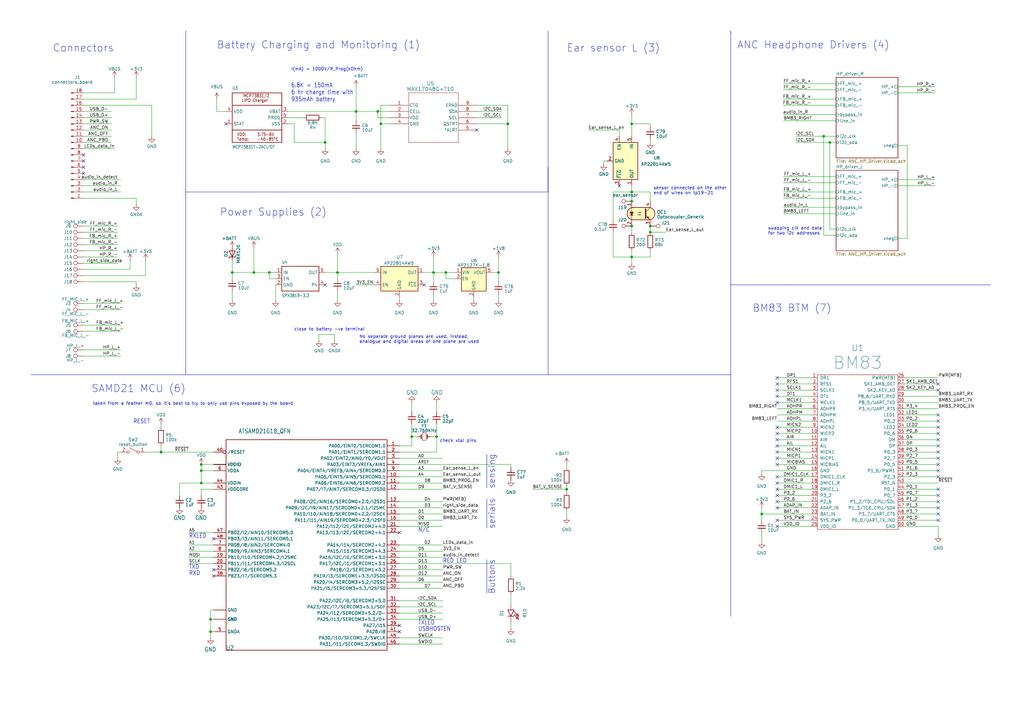
<source format=kicad_sch>
(kicad_sch (version 20230121) (generator eeschema)
  (paper "A3")
  (junction (at 340.36 58.42))
  (junction (at 182.88 111.76))
  (junction (at 146.05 45.72))
  (junction (at 259.08 50.8))
  (junction (at 82.55 193.04))
  (junction (at 86.36 254))
  (junction (at 337.82 55.88))
  (junction (at 208.28 50.8))
  (junction (at 259.08 78.74))
  (junction (at 266.7 95.25))
  (junction (at 82.55 190.5))
  (junction (at 82.55 198.12))
  (junction (at 259.08 82.55))
  (junction (at 104.14 111.76))
  (junction (at 133.35 58.42))
  (junction (at 204.47 111.76))
  (junction (at 66.04 185.42))
  (junction (at 266.7 92.71))
  (junction (at 179.07 179.07))
  (junction (at 110.49 111.76))
  (junction (at 259.08 105.41))
  (junction (at 138.43 111.76))
  (junction (at 168.91 179.07))
  (junction (at 259.08 92.71))
  (junction (at 154.94 45.72))
  (junction (at 232.41 200.66))
  (junction (at 177.8 111.76))
  (junction (at 312.42 210.82))
  (junction (at 95.25 111.76))
  (junction (at 156.21 50.8))
  (junction (at 86.36 259.08))
  (no_connect (at 384.81 203.2))
  (no_connect (at 133.35 116.84))
  (no_connect (at 384.81 180.34))
  (no_connect (at 384.7803 195.58))
  (no_connect (at 87.63 233.68))
  (no_connect (at 384.81 210.82))
  (no_connect (at 384.81 172.72))
  (no_connect (at 318.77 195.58))
  (no_connect (at 318.77 213.36))
  (no_connect (at 384.81 213.36))
  (no_connect (at 318.77 182.88))
  (no_connect (at 318.77 215.9))
  (no_connect (at 384.81 200.66))
  (no_connect (at 34.29 66.04))
  (no_connect (at 384.81 187.96))
  (no_connect (at 318.77 205.74))
  (no_connect (at 318.77 162.56))
  (no_connect (at 173.99 116.84))
  (no_connect (at 87.63 236.22))
  (no_connect (at 318.77 165.1))
  (no_connect (at 254 76.2))
  (no_connect (at 318.77 180.34))
  (no_connect (at 163.83 259.08))
  (no_connect (at 384.81 160.02))
  (no_connect (at 384.81 190.5))
  (no_connect (at 384.81 177.8))
  (no_connect (at 318.77 160.02))
  (no_connect (at 34.29 68.58))
  (no_connect (at 318.77 203.2))
  (no_connect (at 384.81 182.88))
  (no_connect (at 318.77 185.42))
  (no_connect (at 318.77 190.5))
  (no_connect (at 318.77 208.28))
  (no_connect (at 384.81 175.26))
  (no_connect (at 384.81 205.74))
  (no_connect (at 318.77 157.48))
  (no_connect (at 34.29 71.12))
  (no_connect (at 318.77 175.26))
  (no_connect (at 384.81 170.18))
  (no_connect (at 92.71 50.8))
  (no_connect (at 195.58 53.34))
  (no_connect (at 163.83 256.54))
  (no_connect (at 384.81 193.04))
  (no_connect (at 87.63 220.98))
  (no_connect (at 384.81 185.42))
  (no_connect (at 384.81 157.48))
  (no_connect (at 163.83 218.44))
  (no_connect (at 318.77 198.12))
  (no_connect (at 318.77 187.96))
  (no_connect (at 34.29 63.5))
  (no_connect (at 318.77 154.94))
  (no_connect (at 318.77 200.66))
  (no_connect (at 318.77 177.8))
  (no_connect (at 384.81 208.28))
  (wire (pts (xy 48.26 185.42) (xy 48.26 187.96)))
  (polyline (pts (xy 224.79 153.67) (xy 299.72 153.67)))
  (wire (pts (xy 259.08 76.2) (xy 259.08 78.74)))
  (wire (pts (xy 146.05 54.61) (xy 146.05 60.96)))
  (wire (pts (xy 179.07 165.1) (xy 179.07 168.91)))
  (polyline (pts (xy 12.7 153.67) (xy 76.2 153.67)))
  (wire (pts (xy 45.72 50.8) (xy 34.29 50.8)))
  (wire (pts (xy 251.46 95.25) (xy 251.46 105.41)))
  (wire (pts (xy 370.84 180.34) (xy 384.81 180.34)))
  (polyline (pts (xy 224.79 78.74) (xy 224.79 68.58)))
  (wire (pts (xy 46.99 31.75) (xy 46.99 38.1)))
  (wire (pts (xy 87.63 193.04) (xy 82.55 193.04)))
  (wire (pts (xy 248.92 66.04) (xy 247.65 66.04)))
  (wire (pts (xy 59.69 185.42) (xy 66.04 185.42)))
  (wire (pts (xy 208.28 60.96) (xy 208.28 50.8)))
  (wire (pts (xy 163.83 261.62) (xy 181.61 261.62)))
  (wire (pts (xy 318.77 162.56) (xy 332.74 162.56)))
  (wire (pts (xy 209.55 255.27) (xy 209.55 257.81)))
  (wire (pts (xy 34.29 146.05) (xy 49.53 146.05)))
  (wire (pts (xy 130.81 137.16) (xy 137.16 137.16)))
  (wire (pts (xy 337.82 96.52) (xy 337.82 55.88)))
  (wire (pts (xy 137.16 137.16) (xy 137.16 139.7)))
  (wire (pts (xy 118.11 48.26) (xy 124.46 48.26)))
  (wire (pts (xy 181.61 233.68) (xy 163.83 233.68)))
  (wire (pts (xy 318.77 208.28) (xy 332.74 208.28)))
  (wire (pts (xy 34.29 124.46) (xy 49.53 124.46)))
  (wire (pts (xy 370.84 195.58) (xy 384.81 195.58)))
  (wire (pts (xy 177.8 111.76) (xy 182.88 111.76)))
  (wire (pts (xy 163.83 200.66) (xy 181.61 200.66)))
  (wire (pts (xy 160.02 48.26) (xy 154.94 48.26)))
  (wire (pts (xy 321.31 74.93) (xy 342.9 74.93)))
  (wire (pts (xy 318.77 215.9) (xy 332.74 215.9)))
  (wire (pts (xy 163.83 228.6) (xy 181.61 228.6)))
  (wire (pts (xy 312.42 210.82) (xy 332.74 210.82)))
  (wire (pts (xy 146.05 35.56) (xy 146.05 45.72)))
  (wire (pts (xy 163.83 185.42) (xy 179.07 185.42)))
  (wire (pts (xy 95.25 111.76) (xy 95.25 114.3)))
  (wire (pts (xy 49.53 76.2) (xy 34.29 76.2)))
  (polyline (pts (xy 76.2 78.74) (xy 224.79 78.74)))
  (wire (pts (xy 82.55 200.66) (xy 82.55 203.2)))
  (wire (pts (xy 55.88 40.64) (xy 34.29 40.64)))
  (wire (pts (xy 321.31 72.39) (xy 342.9 72.39)))
  (wire (pts (xy 266.7 50.8) (xy 266.7 52.07)))
  (wire (pts (xy 146.05 116.84) (xy 153.67 116.84)))
  (polyline (pts (xy 299.72 153.67) (xy 299.72 116.84)))
  (wire (pts (xy 259.08 78.74) (xy 259.08 82.55)))
  (wire (pts (xy 201.93 111.76) (xy 204.47 111.76)))
  (wire (pts (xy 318.77 185.42) (xy 332.74 185.42)))
  (wire (pts (xy 312.42 218.694) (xy 312.42 222.25)))
  (wire (pts (xy 163.83 215.9) (xy 181.61 215.9)))
  (wire (pts (xy 370.84 154.94) (xy 384.81 154.94)))
  (wire (pts (xy 181.61 226.06) (xy 163.83 226.06)))
  (wire (pts (xy 62.23 43.18) (xy 34.29 43.18)))
  (wire (pts (xy 259.08 46.99) (xy 259.08 50.8)))
  (wire (pts (xy 163.83 208.28) (xy 181.61 208.28)))
  (wire (pts (xy 370.84 205.74) (xy 384.81 205.74)))
  (wire (pts (xy 208.28 43.18) (xy 195.58 43.18)))
  (wire (pts (xy 259.08 105.41) (xy 266.7 105.41)))
  (wire (pts (xy 55.88 115.57) (xy 55.88 116.84)))
  (wire (pts (xy 259.08 105.41) (xy 259.08 107.95)))
  (wire (pts (xy 113.03 114.3) (xy 110.49 114.3)))
  (wire (pts (xy 45.72 53.34) (xy 34.29 53.34)))
  (wire (pts (xy 370.84 162.56) (xy 384.81 162.56)))
  (wire (pts (xy 251.46 105.41) (xy 259.08 105.41)))
  (wire (pts (xy 163.83 205.74) (xy 181.61 205.74)))
  (wire (pts (xy 77.47 226.06) (xy 87.63 226.06)))
  (wire (pts (xy 138.43 111.76) (xy 153.67 111.76)))
  (wire (pts (xy 181.61 195.58) (xy 163.83 195.58)))
  (wire (pts (xy 45.72 58.42) (xy 34.29 58.42)))
  (wire (pts (xy 318.77 200.66) (xy 332.74 200.66)))
  (wire (pts (xy 95.25 106.68) (xy 95.25 111.76)))
  (wire (pts (xy 77.47 218.44) (xy 87.63 218.44)))
  (wire (pts (xy 321.31 78.74) (xy 342.9 78.74)))
  (wire (pts (xy 163.83 121.92) (xy 163.83 123.19)))
  (wire (pts (xy 73.66 203.2) (xy 73.66 198.12)))
  (wire (pts (xy 232.41 200.66) (xy 218.44 200.66)))
  (wire (pts (xy 45.72 55.88) (xy 34.29 55.88)))
  (wire (pts (xy 259.08 50.8) (xy 266.7 50.8)))
  (wire (pts (xy 110.49 114.3) (xy 110.49 111.76)))
  (wire (pts (xy 370.84 208.28) (xy 384.81 208.28)))
  (wire (pts (xy 59.69 106.68) (xy 59.69 113.03)))
  (wire (pts (xy 59.69 113.03) (xy 34.29 113.03)))
  (wire (pts (xy 259.08 50.8) (xy 259.08 55.88)))
  (wire (pts (xy 181.61 264.16) (xy 163.83 264.16)))
  (wire (pts (xy 163.83 187.96) (xy 181.61 187.96)))
  (wire (pts (xy 318.77 157.48) (xy 332.74 157.48)))
  (wire (pts (xy 182.88 114.3) (xy 182.88 111.76)))
  (wire (pts (xy 34.29 81.28) (xy 55.88 81.28)))
  (wire (pts (xy 46.99 60.96) (xy 34.29 60.96)))
  (wire (pts (xy 370.84 213.36) (xy 384.81 213.36)))
  (wire (pts (xy 337.82 55.88) (xy 342.9 55.88)))
  (wire (pts (xy 370.84 190.5) (xy 384.81 190.5)))
  (wire (pts (xy 163.83 238.76) (xy 181.61 238.76)))
  (wire (pts (xy 318.77 160.02) (xy 332.74 160.02)))
  (wire (pts (xy 370.84 157.48) (xy 384.81 157.48)))
  (wire (pts (xy 82.55 193.04) (xy 82.55 190.5)))
  (wire (pts (xy 154.94 45.72) (xy 160.02 45.72)))
  (wire (pts (xy 82.55 198.12) (xy 87.63 198.12)))
  (wire (pts (xy 133.35 48.26) (xy 133.35 58.42)))
  (wire (pts (xy 318.77 190.5) (xy 332.74 190.5)))
  (wire (pts (xy 251.46 78.74) (xy 259.08 78.74)))
  (wire (pts (xy 87.63 200.66) (xy 82.55 200.66)))
  (wire (pts (xy 321.31 36.83) (xy 342.9 36.83)))
  (wire (pts (xy 88.9 45.72) (xy 92.71 45.72)))
  (wire (pts (xy 266.7 105.41) (xy 266.7 102.87)))
  (wire (pts (xy 182.88 111.76) (xy 186.69 111.76)))
  (wire (pts (xy 318.77 180.34) (xy 332.74 180.34)))
  (wire (pts (xy 132.08 48.26) (xy 133.35 48.26)))
  (wire (pts (xy 318.77 172.72) (xy 332.74 172.72)))
  (wire (pts (xy 370.84 160.02) (xy 384.81 160.02)))
  (wire (pts (xy 110.49 111.76) (xy 113.03 111.76)))
  (wire (pts (xy 384.81 215.9) (xy 384.81 219.71)))
  (wire (pts (xy 318.77 195.58) (xy 332.74 195.58)))
  (wire (pts (xy 156.21 60.96) (xy 156.21 50.8)))
  (wire (pts (xy 368.3 73.66) (xy 383.54 73.66)))
  (wire (pts (xy 66.04 173.99) (xy 66.04 175.26)))
  (wire (pts (xy 160.02 43.18) (xy 156.21 43.18)))
  (wire (pts (xy 254 55.88) (xy 254 53.34)))
  (wire (pts (xy 266.7 82.55) (xy 266.7 78.74)))
  (wire (pts (xy 138.43 119.38) (xy 138.43 123.19)))
  (wire (pts (xy 370.84 182.88) (xy 384.81 182.88)))
  (wire (pts (xy 88.9 40.64) (xy 88.9 45.72)))
  (wire (pts (xy 266.7 95.25) (xy 273.05 95.25)))
  (wire (pts (xy 179.07 179.07) (xy 179.07 185.42)))
  (wire (pts (xy 370.84 177.8) (xy 384.81 177.8)))
  (wire (pts (xy 120.65 50.8) (xy 120.65 58.42)))
  (wire (pts (xy 86.36 250.19) (xy 87.63 250.19)))
  (wire (pts (xy 266.7 78.74) (xy 259.08 78.74)))
  (wire (pts (xy 45.72 45.72) (xy 34.29 45.72)))
  (wire (pts (xy 163.83 236.22) (xy 181.61 236.22)))
  (wire (pts (xy 370.84 203.2) (xy 384.81 203.2)))
  (wire (pts (xy 87.63 223.52) (xy 77.47 223.52)))
  (wire (pts (xy 195.58 50.8) (xy 208.28 50.8)))
  (wire (pts (xy 34.29 133.35) (xy 49.53 133.35)))
  (wire (pts (xy 318.77 154.94) (xy 332.74 154.94)))
  (wire (pts (xy 321.31 85.09) (xy 342.9 85.09)))
  (wire (pts (xy 204.47 120.65) (xy 204.47 123.19)))
  (wire (pts (xy 130.81 139.7) (xy 130.81 137.16)))
  (wire (pts (xy 368.3 76.2) (xy 383.54 76.2)))
  (wire (pts (xy 163.83 193.04) (xy 181.61 193.04)))
  (wire (pts (xy 318.77 203.2) (xy 332.74 203.2)))
  (wire (pts (xy 342.9 96.52) (xy 337.82 96.52)))
  (wire (pts (xy 163.83 231.14) (xy 209.55 231.14)))
  (wire (pts (xy 82.55 198.12) (xy 82.55 193.04)))
  (wire (pts (xy 266.7 57.15) (xy 266.7 58.42)))
  (wire (pts (xy 368.3 38.1) (xy 383.54 38.1)))
  (wire (pts (xy 232.41 209.55) (xy 232.41 212.09)))
  (wire (pts (xy 321.31 34.29) (xy 342.9 34.29)))
  (wire (pts (xy 46.99 38.1) (xy 34.29 38.1)))
  (wire (pts (xy 48.26 95.25) (xy 34.29 95.25)))
  (wire (pts (xy 232.41 200.66) (xy 232.41 201.93)))
  (wire (pts (xy 209.55 231.14) (xy 209.55 236.22)))
  (polyline (pts (xy 299.72 116.84) (xy 406.4 116.84)))
  (wire (pts (xy 53.34 106.68) (xy 53.34 110.49)))
  (wire (pts (xy 194.31 123.19) (xy 194.31 121.92)))
  (wire (pts (xy 241.3 53.34) (xy 254 53.34)))
  (wire (pts (xy 138.43 104.14) (xy 138.43 111.76)))
  (wire (pts (xy 370.84 165.1) (xy 384.81 165.1)))
  (wire (pts (xy 318.77 177.8) (xy 332.74 177.8)))
  (wire (pts (xy 163.83 223.52) (xy 181.61 223.52)))
  (wire (pts (xy 209.55 243.84) (xy 209.55 247.65)))
  (wire (pts (xy 318.77 187.96) (xy 332.74 187.96)))
  (polyline (pts (xy 224.79 12.7) (xy 224.79 153.67)))
  (wire (pts (xy 73.66 198.12) (xy 82.55 198.12)))
  (wire (pts (xy 204.47 111.76) (xy 204.47 105.41)))
  (wire (pts (xy 48.26 92.71) (xy 34.29 92.71)))
  (wire (pts (xy 86.36 254) (xy 87.63 254)))
  (wire (pts (xy 370.84 175.26) (xy 384.81 175.26)))
  (wire (pts (xy 318.77 165.1) (xy 332.74 165.1)))
  (wire (pts (xy 321.31 81.28) (xy 342.9 81.28)))
  (wire (pts (xy 318.77 213.36) (xy 332.74 213.36)))
  (wire (pts (xy 163.83 182.88) (xy 168.91 182.88)))
  (wire (pts (xy 208.28 50.8) (xy 208.28 43.18)))
  (wire (pts (xy 146.05 45.72) (xy 154.94 45.72)))
  (wire (pts (xy 55.88 31.75) (xy 55.88 40.64)))
  (wire (pts (xy 370.84 167.64) (xy 384.81 167.64)))
  (wire (pts (xy 86.36 254) (xy 86.36 259.08)))
  (wire (pts (xy 179.07 173.99) (xy 179.07 179.07)))
  (wire (pts (xy 370.84 172.72) (xy 384.81 172.72)))
  (wire (pts (xy 177.8 111.76) (xy 177.8 115.57)))
  (wire (pts (xy 95.25 119.38) (xy 95.25 123.19)))
  (wire (pts (xy 48.26 100.33) (xy 34.29 100.33)))
  (wire (pts (xy 168.91 173.99) (xy 168.91 179.07)))
  (wire (pts (xy 340.36 58.42) (xy 342.9 58.42)))
  (wire (pts (xy 86.36 259.08) (xy 86.36 261.62)))
  (wire (pts (xy 34.29 115.57) (xy 55.88 115.57)))
  (wire (pts (xy 318.77 167.64) (xy 332.74 167.64)))
  (wire (pts (xy 370.84 170.18) (xy 384.81 170.18)))
  (wire (pts (xy 321.31 40.64) (xy 342.9 40.64)))
  (wire (pts (xy 372.11 97.79) (xy 368.3 97.79)))
  (polyline (pts (xy 299.72 12.7) (xy 299.72 13.97)))
  (wire (pts (xy 266.7 92.71) (xy 266.7 95.25)))
  (wire (pts (xy 66.04 182.88) (xy 66.04 185.42)))
  (wire (pts (xy 86.36 259.08) (xy 87.63 259.08)))
  (wire (pts (xy 163.83 241.3) (xy 181.61 241.3)))
  (wire (pts (xy 321.31 43.18) (xy 342.9 43.18)))
  (wire (pts (xy 370.84 187.96) (xy 384.81 187.96)))
  (polyline (pts (xy 76.2 153.67) (xy 224.79 153.67)))
  (wire (pts (xy 138.43 111.76) (xy 138.43 114.3)))
  (wire (pts (xy 53.34 110.49) (xy 34.29 110.49)))
  (wire (pts (xy 204.47 111.76) (xy 204.47 115.57)))
  (wire (pts (xy 168.91 179.07) (xy 168.91 182.88)))
  (wire (pts (xy 104.14 111.76) (xy 95.25 111.76)))
  (wire (pts (xy 370.84 198.12) (xy 384.81 198.12)))
  (wire (pts (xy 370.84 193.04) (xy 384.81 193.04)))
  (wire (pts (xy 34.29 135.89) (xy 49.53 135.89)))
  (wire (pts (xy 113.03 116.84) (xy 113.03 123.19)))
  (wire (pts (xy 370.84 210.82) (xy 384.81 210.82)))
  (wire (pts (xy 104.14 111.76) (xy 110.49 111.76)))
  (wire (pts (xy 181.61 254) (xy 163.83 254)))
  (wire (pts (xy 146.05 45.72) (xy 146.05 49.53)))
  (wire (pts (xy 55.88 81.28) (xy 55.88 83.82)))
  (wire (pts (xy 48.26 105.41) (xy 34.29 105.41)))
  (wire (pts (xy 45.72 48.26) (xy 34.29 48.26)))
  (wire (pts (xy 34.29 127) (xy 49.53 127)))
  (wire (pts (xy 133.35 58.42) (xy 133.35 60.96)))
  (wire (pts (xy 251.46 90.17) (xy 251.46 78.74)))
  (wire (pts (xy 118.11 50.8) (xy 120.65 50.8)))
  (wire (pts (xy 181.61 213.36) (xy 163.83 213.36)))
  (wire (pts (xy 259.08 92.71) (xy 259.08 95.25)))
  (wire (pts (xy 86.36 250.19) (xy 86.36 254)))
  (wire (pts (xy 342.9 93.98) (xy 340.36 93.98)))
  (wire (pts (xy 318.77 182.88) (xy 332.74 182.88)))
  (wire (pts (xy 209.55 190.5) (xy 209.55 191.77)))
  (wire (pts (xy 163.83 198.12) (xy 181.61 198.12)))
  (wire (pts (xy 49.53 78.74) (xy 34.29 78.74)))
  (wire (pts (xy 326.39 58.42) (xy 340.36 58.42)))
  (wire (pts (xy 370.84 215.9) (xy 384.81 215.9)))
  (wire (pts (xy 156.21 43.18) (xy 156.21 50.8)))
  (wire (pts (xy 163.83 248.92) (xy 181.61 248.92)))
  (wire (pts (xy 154.94 48.26) (xy 154.94 45.72)))
  (wire (pts (xy 173.99 111.76) (xy 177.8 111.76)))
  (wire (pts (xy 177.8 105.41) (xy 177.8 111.76)))
  (wire (pts (xy 34.29 107.95) (xy 48.26 107.95)))
  (wire (pts (xy 259.08 102.87) (xy 259.08 105.41)))
  (wire (pts (xy 318.77 170.18) (xy 332.74 170.18)))
  (wire (pts (xy 176.53 179.07) (xy 179.07 179.07)))
  (polyline (pts (xy 76.2 12.7) (xy 76.2 153.67)))
  (wire (pts (xy 163.83 251.46) (xy 181.61 251.46)))
  (wire (pts (xy 48.26 185.42) (xy 49.53 185.42)))
  (wire (pts (xy 312.42 210.82) (xy 312.42 213.614)))
  (wire (pts (xy 312.42 193.04) (xy 332.74 193.04)))
  (wire (pts (xy 195.58 48.26) (xy 205.74 48.26)))
  (wire (pts (xy 370.84 185.42) (xy 384.81 185.42)))
  (wire (pts (xy 62.23 55.88) (xy 62.23 43.18)))
  (wire (pts (xy 368.3 35.56) (xy 383.54 35.56)))
  (wire (pts (xy 312.42 208.28) (xy 312.42 210.82)))
  (polyline (pts (xy 299.72 153.67) (xy 299.72 252.73)))
  (wire (pts (xy 66.04 185.42) (xy 87.63 185.42)))
  (wire (pts (xy 34.29 143.51) (xy 49.53 143.51)))
  (wire (pts (xy 318.77 205.74) (xy 332.74 205.74)))
  (wire (pts (xy 156.21 50.8) (xy 160.02 50.8)))
  (wire (pts (xy 247.65 66.04) (xy 247.65 67.31)))
  (wire (pts (xy 321.31 46.99) (xy 342.9 46.99)))
  (wire (pts (xy 372.11 59.69) (xy 372.11 97.79)))
  (wire (pts (xy 318.77 198.12) (xy 332.74 198.12)))
  (wire (pts (xy 368.3 59.69) (xy 372.11 59.69)))
  (wire (pts (xy 48.26 102.87) (xy 34.29 102.87)))
  (wire (pts (xy 133.35 111.76) (xy 138.43 111.76)))
  (wire (pts (xy 232.41 190.5) (xy 232.41 191.77)))
  (wire (pts (xy 370.84 200.66) (xy 384.81 200.66)))
  (wire (pts (xy 120.65 58.42) (xy 133.35 58.42)))
  (wire (pts (xy 177.8 120.65) (xy 177.8 123.19)))
  (wire (pts (xy 318.77 175.26) (xy 332.74 175.26)))
  (wire (pts (xy 168.91 165.1) (xy 168.91 168.91)))
  (wire (pts (xy 321.31 49.53) (xy 342.9 49.53)))
  (wire (pts (xy 49.53 73.66) (xy 34.29 73.66)))
  (wire (pts (xy 118.11 45.72) (xy 146.05 45.72)))
  (wire (pts (xy 163.83 190.5) (xy 209.55 190.5)))
  (wire (pts (xy 186.69 114.3) (xy 182.88 114.3)))
  (polyline (pts (xy 299.72 12.7) (xy 299.72 116.84)))
  (wire (pts (xy 163.83 246.38) (xy 181.61 246.38)))
  (wire (pts (xy 87.63 228.6) (xy 77.47 228.6)))
  (wire (pts (xy 340.36 93.98) (xy 340.36 58.42)))
  (wire (pts (xy 321.31 87.63) (xy 342.9 87.63)))
  (wire (pts (xy 77.47 231.14) (xy 87.63 231.14)))
  (wire (pts (xy 104.14 101.6) (xy 104.14 111.76)))
  (wire (pts (xy 232.41 199.39) (xy 232.41 200.66)))
  (wire (pts (xy 312.42 193.04) (xy 312.42 194.31)))
  (polyline (pts (xy 299.72 252.73) (xy 299.72 252.73)))
  (wire (pts (xy 48.26 97.79) (xy 34.29 97.79)))
  (wire (pts (xy 326.39 55.88) (xy 337.82 55.88)))
  (wire (pts (xy 195.58 45.72) (xy 205.74 45.72)))
  (wire (pts (xy 163.83 210.82) (xy 181.61 210.82)))
  (wire (pts (xy 87.63 190.5) (xy 82.55 190.5)))
  (wire (pts (xy 168.91 179.07) (xy 171.45 179.07)))
  (text "Connectors" (at 21.59 21.59 0) (effects (font (size 3 3)) (justify left bottom)))
  (text "Power Supplies (2)" (at 90.17 88.9 0) (effects (font (size 3 3)) (justify left bottom)))
  (text "RED LED" (at 181.61 231.14 0) (effects (font (size 1.778 1.5113)) (justify left bottom)))
  (text "RXLED" (at 77.47 220.98 0) (effects (font (size 1.778 1.5113)) (justify left bottom)))
  (text "Ear sensor L (3)" (at 232.41 21.59 0) (effects (font (size 3 3)) (justify left bottom)))
  (text "sensor connected on the other \nend of wires on tp19-21" (at 267.97 80.01 0) (effects (font (size 1.27 1.27)) (justify left bottom)))
  (text "RESET" (at 54.61 173.99 0) (effects (font (size 1.778 1.5113)) (justify left bottom)))
  (text "BM83 BTM (7)" (at 308.61 128.27 0) (effects (font (size 3 3)) (justify left bottom)))
  (text "SAMD21 MCU (6)" (at 37.465 161.29 0) (effects (font (size 3 3)) (justify left bottom)))
  (text "N/C" (at 171.45 218.44 0) (effects (font (size 1.778 1.5113)) (justify left bottom)))
  (text "close to battery -ve terminal" (at 120.65 135.89 0) (effects (font (size 1.27 1.27)) (justify left bottom)))
  (text "ANC Headphone Drivers (4)" (at 302.26 20.32 0) (effects (font (size 3 3)) (justify left bottom)))
  (text "No separate ground planes are used, instead, \nanalogue and digital areas of one plane are used" (at 147.32 140.97 0) (effects (font (size 1.27 1.27)) (justify left bottom)))
  (text "~{sensing}" (at 203.2 200.66 90) (effects (font (size 2.5 2.5)) (justify left bottom)))
  (text "check xtal pins" (at 180.34 181.61 0) (effects (font (size 1.27 1.27)) (justify left bottom)))
  (text "~{serials}" (at 203.2 217.17 90) (effects (font (size 2.5 2.5)) (justify left bottom)))
  (text "TXLED" (at 171.45 256.54 0) (effects (font (size 1.778 1.5113)) (justify left bottom)))
  (text "TXD" (at 77.47 233.68 0) (effects (font (size 1.778 1.5113)) (justify left bottom)))
  (text "USBHOSTEN" (at 171.45 259.08 0) (effects (font (size 1.778 1.5113)) (justify left bottom)))
  (text "I(mA) = 1000V/R_Prog(kOhm)" (at 119.38 29.21 0) (effects (font (size 1.27 1.27)) (justify left bottom)))
  (text "Battery Charging and Monitoring (1)\n" (at 88.9 20.32 0) (effects (font (size 3 3)) (justify left bottom)))
  (text "6.8K = 150mA\n6 hr charge time with\n935mAh battery" (at 119.38 41.91 0) (effects (font (size 1.778 1.5113)) (justify left bottom)))
  (text "RXD" (at 77.47 236.22 0) (effects (font (size 1.778 1.5113)) (justify left bottom)))
  (text "taken from a feather m0, so it's best to try to only use pins exposed by the board" (at 38.1 166.37 0) (effects (font (size 1.27 1.27)) (justify left bottom)))
  (text "swapping clk and data \nfor two i2c addresses" (at 314.96 96.52 0) (effects (font (size 1.27 1.27)) (justify left bottom)))
  (text "~{Buttons}" (at 203.2 243.84 90) (effects (font (size 2.5 2.5)) (justify left bottom)))
  (label "P0_2" (at 371.602 172.72 0))
  (label "SK1_AMB_DET" (at 371.602 157.48 0))
  (label "MISO" (at 171.45 215.9 0) (effects (font (size 1.2446 1.2446))))
  (label "ANC_PBO" (at 181.61 241.3 0))
  (label "P0_7" (at 371.602 203.2 0))
  (label "DR1" (at 322.58 154.94 0))
  (label "FF_mic_R_-" (at 48.26 95.25 180))
  (label "AOHPL" (at 322.58 172.72 0))
  (label "I2C_SDA" (at 171.45 246.38 0) (effects (font (size 1.2446 1.2446))))
  (label "LEDs_data_in" (at 46.99 60.96 180))
  (label "PWR(MFB)" (at 384.81 154.94 0))
  (label "A2" (at 77.47 226.06 0) (effects (font (size 1.2446 1.2446))))
  (label "P0_0" (at 371.602 213.36 0))
  (label "D11" (at 171.45 228.6 0) (effects (font (size 1.2446 1.2446))))
  (label "AIL" (at 322.58 182.88 0))
  (label "HP_L_+" (at 383.54 73.66 180))
  (label "audio_in_detect" (at 48.26 73.66 180))
  (label "PWR_SW" (at 44.45 50.8 180))
  (label "MICN2" (at 322.58 175.26 0))
  (label "audio_in_detect" (at 181.61 228.6 0))
  (label "MCLK1" (at 322.58 165.1 0))
  (label "I2C_SDA" (at 326.39 58.42 0) (effects (font (size 1.2446 1.2446))))
  (label "HP_L_-" (at 383.54 76.2 180))
  (label "3V3_EN" (at 181.61 226.06 0))
  (label "P2_6" (at 321.31 205.74 0))
  (label "PWR_SW" (at 181.61 233.68 0))
  (label "FB_mic_R_+" (at 48.26 97.79 180))
  (label "A3" (at 171.45 193.04 0) (effects (font (size 1.2446 1.2446))))
  (label "SWCLK" (at 171.45 261.62 0) (effects (font (size 1.2446 1.2446))))
  (label "D10" (at 171.45 233.68 0) (effects (font (size 1.2446 1.2446))))
  (label "D8" (at 173.99 198.12 0) (effects (font (size 1.2446 1.2446))))
  (label "FF_mic_R_+" (at 332.74 34.29 180))
  (label "DP" (at 371.602 182.88 0))
  (label "FB_mic_L_-" (at 332.74 81.28 180))
  (label "DMIC1_L" (at 321.31 200.66 0))
  (label "A5" (at 77.47 218.44 0) (effects (font (size 1.2446 1.2446))))
  (label "right_side_data" (at 35.56 107.95 0))
  (label "FB_mic_L_+" (at 39.37 133.35 0))
  (label "D0" (at 171.45 213.36 0) (effects (font (size 1.2446 1.2446))))
  (label "BAT_V_SENSE" (at 181.61 200.66 0) (effects (font (size 1.2446 1.2446))))
  (label "VDD_IO" (at 321.31 215.9 0))
  (label "D5" (at 171.45 226.06 0) (effects (font (size 1.2446 1.2446))))
  (label "LED1" (at 371.602 170.18 0))
  (label "LED2" (at 371.602 175.26 0))
  (label "HP_R_-" (at 48.26 105.41 180))
  (label "DT1" (at 322.58 162.56 0))
  (label "D2" (at 173.99 223.52 0) (effects (font (size 1.2446 1.2446))))
  (label "D3" (at 173.99 208.28 0) (effects (font (size 1.2446 1.2446))))
  (label "P2_7" (at 371.602 187.96 0))
  (label "GND" (at 371.602 215.9 0))
  (label "audio_in_R" (at 331.47 46.99 180))
  (label "Ear_sense_L_en" (at 241.3 53.34 0))
  (label "MICN1" (at 322.58 185.42 0))
  (label "FB_mic_R_+" (at 332.74 40.64 180))
  (label "right_side_data" (at 181.61 208.28 0))
  (label "FF_mic_L_+" (at 332.74 72.39 180))
  (label "ADAP_IN" (at 321.31 208.28 0))
  (label "BM83_UART_RX" (at 181.61 210.82 0))
  (label "BM83_LEFT" (at 321.31 87.63 0))
  (label "HP_R_+" (at 48.26 102.87 180))
  (label "GND" (at 322.58 193.04 0))
  (label "FF_mic_L_+" (at 39.37 124.46 0))
  (label "D7" (at 173.99 241.3 0) (effects (font (size 1.2446 1.2446))))
  (label "P2_3" (at 371.602 195.58 0))
  (label "BM83_LEFT" (at 318.77 172.72 180))
  (label "LEDs_data_in" (at 181.61 223.52 0))
  (label "P0_5" (at 371.602 190.5 0))
  (label "ANC_OFF" (at 44.45 55.88 180))
  (label "MICP2" (at 322.58 177.8 0))
  (label "P1_3" (at 371.602 208.28 0))
  (label "MOSI" (at 77.47 228.6 0) (effects (font (size 1.2446 1.2446))))
  (label "~{RESET}" (at 77.47 185.42 180) (effects (font (size 1.2446 1.2446))))
  (label "3V3_EN" (at 146.05 116.84 0))
  (label "BAT_IN" (at 321.31 210.82 0))
  (label "D13" (at 171.45 231.14 0) (effects (font (size 1.2446 1.2446))))
  (label "D4" (at 173.99 205.74 0) (effects (font (size 1.2446 1.2446))))
  (label "AIR" (at 322.58 180.34 0))
  (label "audio_in_R" (at 48.26 76.2 180))
  (label "AREF" (at 171.45 190.5 0) (effects (font (size 1.2446 1.2446))))
  (label "ANC_OFF" (at 181.61 238.76 0))
  (label "SWDIO" (at 171.45 264.16 0) (effects (font (size 1.2446 1.2446))))
  (label "DMIC1_CLK" (at 321.31 195.58 0))
  (label "I2C_SCL" (at 171.45 248.92 0) (effects (font (size 1.2446 1.2446))))
  (label "P0_6" (at 371.602 177.8 0))
  (label "BM83_UART_RX" (at 384.81 162.56 0))
  (label "MICP1" (at 322.58 187.96 0))
  (label "HP_L_-" (at 49.53 146.05 180))
  (label "USB_D+" (at 171.45 254 0) (effects (font (size 1.2446 1.2446))))
  (label "ANC_ON" (at 181.61 236.22 0))
  (label "FF_mic_L_-" (at 39.37 127 0))
  (label "A4" (at 171.45 195.58 0) (effects (font (size 1.2446 1.2446))))
  (label "FB_mic_R_-" (at 48.26 100.33 180))
  (label "D6" (at 171.45 238.76 0) (effects (font (size 1.2446 1.2446))))
  (label "P3_4" (at 371.602 167.64 0))
  (label "SYS_PWR" (at 321.31 213.36 0))
  (label "BAT_V_SENSE" (at 218.44 200.66 0) (effects (font (size 1.2446 1.2446))))
  (label "ANC_PBO" (at 44.45 58.42 180))
  (label "SK2_KEY_AD" (at 371.602 160.02 0))
  (label "AOHPR" (at 322.58 167.64 0))
  (label "I2C_SCL" (at 198.12 48.26 0) (effects (font (size 1.2446 1.2446))))
  (label "D9" (at 171.45 200.66 0) (effects (font (size 1.2446 1.2446))))
  (label "SCLK1" (at 322.58 160.02 0))
  (label "BM83_UART_TX" (at 384.81 165.1 0))
  (label "RFS1" (at 322.58 157.48 0))
  (label "DN" (at 371.602 180.34 0))
  (label "I2C_SDA" (at 198.12 45.72 0) (effects (font (size 1.2446 1.2446))))
  (label "FB_mic_R_-" (at 332.74 43.18 180))
  (label "A0" (at 171.45 187.96 0) (effects (font (size 1.2446 1.2446))))
  (label "I2C_SCL" (at 326.39 55.88 0) (effects (font (size 1.2446 1.2446))))
  (label "BM83_PROG_EN" (at 384.81 167.64 0))
  (label "HP_L_+" (at 49.53 143.51 180))
  (label "AOHPM" (at 322.58 170.18 0))
  (label "FF_mic_L_-" (at 332.74 74.93 180))
  (label "Ear_sense_L_en" (at 181.61 193.04 0))
  (label "USB_D+" (at 44.45 48.26 180))
  (label "P3_7" (at 371.602 210.82 0))
  (label "BM83_RIGHT" (at 321.31 49.53 0))
  (label "ANC_ON" (at 44.45 53.34 180))
  (label "PWR(MFB)" (at 181.61 205.74 0))
  (label "D12" (at 171.45 236.22 0) (effects (font (size 1.2446 1.2446))))
  (label "P0_1" (at 371.602 200.66 0))
  (label "audio_in_L" (at 331.47 85.09 180))
  (label "audio_in_L" (at 48.26 78.74 180))
  (label "FF_mic_R_+" (at 48.26 92.71 180))
  (label "HP_R_-" (at 383.54 38.1 180))
  (label "P1_2" (at 371.602 205.74 0))
  (label "USB_D-" (at 44.45 45.72 180))
  (label "BM83_RIGHT" (at 318.77 167.64 180))
  (label "P1_6" (at 371.602 193.04 0))
  (label "BM83_PROG_EN" (at 181.61 198.12 0))
  (label "SCLK" (at 77.47 231.14 0) (effects (font (size 1.2446 1.2446))))
  (label "FB_mic_L_+" (at 332.74 78.74 180))
  (label "~{RESET}" (at 384.81 198.12 0))
  (label "A1" (at 77.47 223.52 0) (effects (font (size 1.2446 1.2446))))
  (label "Ear_sense_L_out" (at 273.05 95.25 0))
  (label "FB_mic_L_-" (at 39.37 135.89 0))
  (label "HP_R_+" (at 383.54 35.56 180))
  (label "P0_3" (at 371.602 185.42 0))
  (label "USB_D-" (at 171.45 251.46 0) (effects (font (size 1.2446 1.2446))))
  (label "DMIC1_R" (at 321.31 198.12 0))
  (label "FF_mic_R_-" (at 332.74 36.83 180))
  (label "D1" (at 171.45 210.82 0) (effects (font (size 1.2446 1.2446))))
  (label "BM83_UART_TX" (at 181.61 213.36 0))
  (label "MICBIAS" (at 322.58 190.5 0))
  (label "P3_2" (at 321.31 203.2 0))
  (label "Ear_sense_L_out" (at 181.61 195.58 0))
  (symbol (lib_id "power:GND") (at 113.03 123.19 0) (unit 1)
    (property "Reference" "#PWR017" (effects hide))
    (property "Value" "GND" (at 113.03 128.27 0))
  )
  (symbol (lib_id "power:VDD") (at 82.55 190.5 0) (unit 1)
    (property "Reference" "#PWR04" (effects hide))
    (property "Value" "VDD" (at 82.55 186.69 0))
  )
  (symbol (lib_id "Device:R") (at 232.41 205.74 0) (mirror y) (unit 1)
    (property "Reference" "R3" (at 230.632 205.0963 0) (effects (justify left)))
    (property "Value" "100k" (at 230.632 207.0173 0) (effects (justify left)))
    (property "Footprint" "Resistor_SMD:R_0402_1005Metric_Pad0.72x0.64mm_HandSolder" (effects hide))
  )
  (symbol (lib_id "power:GND") (at 177.8 123.19 0) (unit 1)
    (property "Reference" "#PWR063" (effects hide))
    (property "Value" "GND" (at 177.8 128.27 0))
  )
  (symbol (lib_id "power:GND") (at 73.66 208.28 0) (unit 1)
    (property "Reference" "#U$01" (effects hide))
    (property "Value" "GND" (at 71.12 213.36 0) (effects (font (size 1.778 1.5113)) (justify left bottom)))
  )
  (symbol (lib_name "GND_1") (lib_id "power:GND") (at 130.81 139.7 0) (unit 1)
    (property "Reference" "#PWR061" (effects hide))
    (property "Value" "GND" (at 130.81 143.8355 0))
  )
  (symbol (lib_id "Device:C_Small") (at 179.07 171.45 0) (unit 1)
    (property "Reference" "C5" (at 181.3941 170.8126 0) (effects (justify left)))
    (property "Value" "22pF" (at 181.3941 172.7336 0) (effects (justify left)))
    (property "Footprint" "Capacitor_SMD:C_0402_1005Metric_Pad0.74x0.62mm_HandSolder" (effects hide))
  )
  (symbol (lib_id "Device:C_Small") (at 138.43 116.84 0) (unit 1)
    (property "Reference" "C8" (at 140.7541 116.2026 0) (effects (justify left)))
    (property "Value" "10uF" (at 140.7541 118.1236 0) (effects (justify left)))
    (property "Footprint" "Capacitor_SMD:C_0402_1005Metric_Pad0.74x0.62mm_HandSolder" (effects hide))
  )
  (symbol (lib_id "Adafruit Feather M0 Basic rev C-eagle-import:VREG_SOT23-5") (at 123.19 114.3 0) (unit 1)
    (property "Reference" "U4" (at 115.57 108.204 0) (effects (font (size 1.27 1.0795)) (justify left bottom)))
    (property "Value" "SPX3819-3.3" (at 115.57 121.92 0) (effects (font (size 1.27 1.0795)) (justify left bottom)))
    (property "Footprint" "Package_TO_SOT_SMD:SOT-23-5" (effects hide))
  )
  (symbol (lib_id "Device:R") (at 232.41 195.58 0) (mirror y) (unit 1)
    (property "Reference" "R2" (at 230.632 194.9363 0) (effects (justify left)))
    (property "Value" "100k" (at 230.632 196.8573 0) (effects (justify left)))
    (property "Footprint" "Resistor_SMD:R_0402_1005Metric_Pad0.72x0.64mm_HandSolder" (effects hide))
  )
  (symbol (lib_id "power:GND") (at 138.43 123.19 0) (unit 1)
    (property "Reference" "#PWR018" (effects hide))
    (property "Value" "GND" (at 138.43 128.27 0))
  )
  (symbol (lib_id "power:GND") (at 232.41 212.09 0) (mirror y) (unit 1)
    (property "Reference" "#PWR08" (effects hide))
    (property "Value" "GND" (at 232.41 217.17 0))
  )
  (symbol (lib_id "power:VBUS") (at 46.99 31.75 0) (mirror y) (unit 1)
    (property "Reference" "#PWR058" (effects hide))
    (property "Value" "VBUS" (at 46.99 28.2481 0))
  )
  (symbol (lib_id "power:GND") (at 204.47 123.19 0) (unit 1)
    (property "Reference" "#PWR065" (effects hide))
    (property "Value" "GND" (at 204.47 128.27 0))
  )
  (symbol (lib_id "power:GND") (at 194.31 123.19 0) (unit 1)
    (property "Reference" "#PWR064" (effects hide))
    (property "Value" "GND" (at 194.31 128.27 0))
  )
  (symbol (lib_id "Device:C_Small") (at 82.55 205.74 0) (unit 1)
    (property "Reference" "C3" (at 84.8741 205.1026 0) (effects (justify left)))
    (property "Value" "1uF" (at 84.8741 207.0236 0) (effects (justify left)))
    (property "Footprint" "Capacitor_SMD:C_0402_1005Metric_Pad0.74x0.62mm_HandSolder" (effects hide))
  )
  (symbol (lib_id "Connector:TestPoint") (at 34.29 143.51 90) (unit 1)
    (property "Reference" "J7" (at 27.94 143.51 90))
    (property "Value" "HP_L_+" (at 30.988 141.7861 90))
    (property "Footprint" "TestPoint:TestPoint_Pad_D1.0mm" (effects hide))
  )
  (symbol (lib_id "Power_Management:AP22814AW5") (at 163.83 114.3 0) (unit 1)
    (property "Reference" "U7" (at 162.56 105.41 0) (effects (justify left)))
    (property "Value" "AP22814AW5" (at 157.48 107.95 0) (effects (justify left)))
    (property "Footprint" "Package_TO_SOT_SMD:SOT-23-5" (effects hide))
    (property "Datasheet" "https://www.diodes.com/assets/Datasheets/AP22804_14.pdf" (effects hide))
  )
  (symbol (lib_id "Device:C_Small") (at 204.47 118.11 0) (unit 1)
    (property "Reference" "C76" (at 206.7941 117.4726 0) (effects (justify left)))
    (property "Value" "1uF" (at 206.7941 119.3936 0) (effects (justify left)))
    (property "Footprint" "Capacitor_SMD:C_0402_1005Metric_Pad0.74x0.62mm_HandSolder" (effects hide))
  )
  (symbol (lib_id "Connector:TestPoint") (at 34.29 133.35 90) (unit 1)
    (property "Reference" "J5" (at 27.94 133.35 90))
    (property "Value" "FB_MIC_L_+" (at 30.988 131.6261 90))
    (property "Footprint" "TestPoint:TestPoint_Pad_D1.0mm" (effects hide))
  )
  (symbol (lib_id "power:GNDA") (at 55.88 83.82 0) (mirror y) (unit 1)
    (property "Reference" "#PWR057" (effects hide))
    (property "Value" "GNDA" (at 55.88 87.9555 0))
  )
  (symbol (lib_id "Connector:TestPoint") (at 34.29 102.87 90) (unit 1)
    (property "Reference" "J13" (at 27.94 102.87 90))
    (property "Value" "right_side" (effects hide))
    (property "Footprint" "TestPoint:TestPoint_Pad_D1.0mm" (effects hide))
  )
  (symbol (lib_id "power:VDD") (at 138.43 104.14 0) (unit 1)
    (property "Reference" "#PWR049" (effects hide))
    (property "Value" "VDD" (at 138.43 100.33 0))
  )
  (symbol (lib_id "Device:C_Small") (at 73.66 205.74 0) (unit 1)
    (property "Reference" "C2" (at 75.9841 205.1026 0) (effects (justify left)))
    (property "Value" "1uF" (at 75.9841 207.0236 0) (effects (justify left)))
    (property "Footprint" "Capacitor_SMD:C_0402_1005Metric_Pad0.74x0.62mm_HandSolder" (effects hide))
  )
  (symbol (lib_id "power:+BATT") (at 95.25 101.6 0) (unit 1)
    (property "Reference" "#PWR015" (effects hide))
    (property "Value" "+BATT" (at 93.98 97.79 0))
  )
  (symbol (lib_id "Connector:TestPoint") (at 259.08 92.71 90) (unit 1)
    (property "Reference" "J20" (at 255.27 90.17 90))
    (property "Value" "ear_sensor" (effects hide))
    (property "Footprint" "TestPoint:TestPoint_Pad_D1.0mm" (effects hide))
  )
  (symbol (lib_id "Device:R") (at 128.27 48.26 90) (unit 1)
    (property "Reference" "R4" (at 128.27 52.2859 90))
    (property "Value" "6.8K" (at 128.27 50.3649 90))
    (property "Footprint" "Resistor_SMD:R_0402_1005Metric_Pad0.72x0.64mm_HandSolder" (effects hide))
  )
  (symbol (lib_id "power:GND") (at 163.83 123.19 0) (unit 1)
    (property "Reference" "#PWR066" (effects hide))
    (property "Value" "GND" (at 163.83 128.27 0))
  )
  (symbol (lib_id "Connector:TestPoint") (at 266.7 92.71 270) (unit 1)
    (property "Reference" "J21" (at 273.05 91.44 90))
    (property "Value" "ear_sensor" (effects hide))
    (property "Footprint" "TestPoint:TestPoint_Pad_D1.0mm" (effects hide))
  )
  (symbol (lib_id "Connector:TestPoint") (at 34.29 105.41 90) (unit 1)
    (property "Reference" "J14" (at 27.94 105.41 90))
    (property "Value" "right_side" (effects hide))
    (property "Footprint" "TestPoint:TestPoint_Pad_D1.0mm" (effects hide))
  )
  (symbol (lib_id "power:GND") (at 259.08 107.95 0) (unit 1)
    (property "Reference" "#PWR070" (effects hide))
    (property "Value" "GND" (at 259.08 112.0855 0))
  )
  (symbol (lib_id "Device:C_Small") (at 266.7 54.61 0) (unit 1)
    (property "Reference" "C79" (at 269.0241 53.9726 0) (effects (justify left)))
    (property "Value" "10uF" (at 269.0241 55.8936 0) (effects (justify left)))
    (property "Footprint" "Capacitor_SMD:C_0402_1005Metric_Pad0.74x0.62mm_HandSolder" (effects hide))
  )
  (symbol (lib_name "DIODE-SCHOTTKYSOD-123_1") (lib_id "Adafruit Feather M0 Basic rev C-eagle-import:DIODE-SCHOTTKYSOD-123") (at 95.25 104.14 270) (unit 1)
    (property "Reference" "D2" (at 92.71 104.14 0))
    (property "Value" "MBR120" (at 97.79 104.14 0))
    (property "Footprint" "Diode_SMD:D_SOD-123" (effects hide))
  )
  (symbol (lib_id "power:GND") (at 384.81 219.71 0) (unit 1)
    (property "Reference" "#PWR03" (effects hide))
    (property "Value" "GND" (at 384.81 224.79 0))
  )
  (symbol (lib_id "Connector:TestPoint") (at 34.29 110.49 90) (unit 1)
    (property "Reference" "J16" (at 27.94 110.49 90))
    (property "Value" "right_side" (effects hide))
    (property "Footprint" "TestPoint:TestPoint_Pad_D1.0mm" (effects hide))
  )
  (symbol (lib_id "power:GND") (at 179.07 165.1 180) (unit 1)
    (property "Reference" "#U$05" (effects hide))
    (property "Value" "GND" (at 181.61 160.02 0) (effects (font (size 1.778 1.5113)) (justify left bottom)))
  )
  (symbol (lib_id "power:VDD") (at 66.04 173.99 0) (unit 1)
    (property "Reference" "#PWR010" (effects hide))
    (property "Value" "VDD" (at 66.04 170.18 0))
  )
  (symbol (lib_id "Connector:TestPoint") (at 34.29 124.46 90) (unit 1)
    (property "Reference" "J3" (at 27.94 124.46 90))
    (property "Value" "FF_MIC_L_+" (at 30.988 122.7361 90))
    (property "Footprint" "TestPoint:TestPoint_Pad_D1.0mm" (effects hide))
  )
  (symbol (lib_id "power:GND") (at 209.55 257.81 0) (unit 1)
    (property "Reference" "#PWR05" (effects hide))
    (property "Value" "GND" (at 209.55 262.89 0))
  )
  (symbol (lib_id "Switch:SW_SPST") (at 54.61 185.42 0) (mirror y) (unit 1)
    (property "Reference" "SW2" (at 54.61 180.34 0))
    (property "Value" "reset_button" (at 54.61 182.261 0))
    (property "Footprint" "Button_Switch_SMD:SW_Push_1P1T_NO_CK_KMR2" (effects hide))
  )
  (symbol (lib_id "Connector:Conn_01x18_Pin") (at 29.21 60.96 0) (mirror x) (unit 1)
    (property "Reference" "J1" (at 33.02 31.75 0) (effects (justify right)))
    (property "Value" "connectors_board" (at 38.1 33.671 0) (effects (justify right)))
    (property "Footprint" "SFV18R-1STE1LF:CON18_1X18_DR_SFV_GLE" (effects hide))
    (property "Datasheet" "https://www.digikey.co.uk/en/products/detail/amphenol-cs-fci/SFV18R-1STE1HLF/2626765" (effects hide))
  )
  (symbol (lib_name "+3V3_2") (lib_id "power:+3V3") (at 312.42 208.28 0) (unit 1)
    (property "Reference" "#PWR01" (effects hide))
    (property "Value" "+3V3" (at 312.42 204.7781 0))
  )
  (symbol (lib_id "power:GND") (at 62.23 55.88 0) (mirror y) (unit 1)
    (property "Reference" "#PWR055" (effects hide))
    (property "Value" "GND" (at 62.23 60.0155 0))
  )
  (symbol (lib_id "power:GNDA") (at 137.16 139.7 0) (unit 1)
    (property "Reference" "#PWR062" (effects hide))
    (property "Value" "GNDA" (at 137.16 143.8355 0))
  )
  (symbol (lib_name "LED0805_NOOUTLINE_1") (lib_id "Adafruit Feather M0 Basic rev C-eagle-import:LED0805_NOOUTLINE") (at 209.55 252.73 270) (unit 1)
    (property "Reference" "D1" (at 205.74 251.46 0))
    (property "Value" "RED" (at 215.265 251.46 0))
    (property "Footprint" "LED_SMD:LED_0603_1608Metric" (effects hide))
  )
  (symbol (lib_id "Device:R") (at 266.7 99.06 0) (unit 1)
    (property "Reference" "R73" (at 268.478 98.4163 0) (effects (justify left)))
    (property "Value" "68k" (at 268.478 100.3373 0) (effects (justify left)))
    (property "Footprint" "Resistor_SMD:R_0402_1005Metric_Pad0.72x0.64mm_HandSolder" (effects hide))
  )
  (symbol (lib_id "power:GND") (at 312.42 194.31 0) (unit 1)
    (property "Reference" "#PWR072" (effects hide))
    (property "Value" "GND" (at 312.42 199.39 0))
  )
  (symbol (lib_id "Connector:TestPoint") (at 34.29 100.33 90) (unit 1)
    (property "Reference" "J12" (at 27.94 100.33 90))
    (property "Value" "right_side" (effects hide))
    (property "Footprint" "TestPoint:TestPoint_Pad_D1.0mm" (effects hide))
  )
  (symbol (lib_id "power:GND") (at 247.65 67.31 0) (unit 1)
    (property "Reference" "#PWR068" (effects hide))
    (property "Value" "GND" (at 247.65 71.4455 0))
  )
  (symbol (lib_id "Connector:TestPoint") (at 34.29 95.25 90) (unit 1)
    (property "Reference" "J10" (at 27.94 95.25 90))
    (property "Value" "right_side" (effects hide))
    (property "Footprint" "TestPoint:TestPoint_Pad_D1.0mm" (effects hide))
  )
  (symbol (lib_id "Power_Management:AP22814AW5") (at 256.54 66.04 270) (unit 1)
    (property "Reference" "U8" (at 267.97 64.77 90) (effects (justify left)))
    (property "Value" "AP22814AW5" (at 262.89 67.31 90) (effects (justify left)))
    (property "Footprint" "Package_TO_SOT_SMD:SOT-23-5" (effects hide))
    (property "Datasheet" "https://www.diodes.com/assets/Datasheets/AP22804_14.pdf" (effects hide))
  )
  (symbol (lib_id "power:GND") (at 86.36 261.62 0) (unit 1)
    (property "Reference" "#U$03" (effects hide))
    (property "Value" "GND" (at 83.82 267.335 0) (effects (font (size 1.778 1.5113)) (justify left bottom)))
  )
  (symbol (lib_id "power:+1V8") (at 204.47 105.41 0) (unit 1)
    (property "Reference" "#PWR051" (effects hide))
    (property "Value" "+1V8" (at 204.47 101.9081 0))
  )
  (symbol (lib_id "Adafruit Feather M0 Basic rev C-eagle-import:ATSAMD21J_QFN") (at 113.03 218.44 0) (unit 1)
    (property "Reference" "U2" (at 92.71 266.7 0) (effects (font (size 1.778 1.5113)) (justify left bottom)))
    (property "Value" "ATSAMD21G18_QFN" (at 97.79 177.8 0) (effects (font (size 1.778 1.5113)) (justify left bottom)))
    (property "Footprint" "Package_DFN_QFN:TQFN-48-1EP_7x7mm_P0.5mm_EP5.1x5.1mm" (effects hide))
  )
  (symbol (lib_id "Device:Crystal_Small") (at 173.99 179.07 0) (unit 1)
    (property "Reference" "Y1" (at 173.99 174.6631 0))
    (property "Value" "32.768KHz" (at 173.99 176.5841 0))
    (property "Footprint" "Crystal:Crystal_SMD_3215-2Pin_3.2x1.5mm" (effects hide))
  )
  (symbol (lib_id "power:+3V3") (at 59.69 106.68 0) (mirror y) (unit 1)
    (property "Reference" "#PWR052" (effects hide))
    (property "Value" "+3V3" (at 59.69 103.124 0))
  )
  (symbol (lib_id "Device:R") (at 259.08 99.06 0) (unit 1)
    (property "Reference" "R72" (at 260.858 98.4163 0) (effects (justify left)))
    (property "Value" "200" (at 260.858 100.3373 0) (effects (justify left)))
    (property "Footprint" "Resistor_SMD:R_0402_1005Metric_Pad0.72x0.64mm_HandSolder" (effects hide))
  )
  (symbol (lib_id "power:GND") (at 48.26 187.96 0) (mirror y) (unit 1)
    (property "Reference" "#PWR06" (effects hide))
    (property "Value" "GND" (at 48.26 192.405 0))
  )
  (symbol (lib_id "Device:C_Small") (at 146.05 52.07 0) (unit 1)
    (property "Reference" "C6" (at 148.3741 51.4326 0) (effects (justify left)))
    (property "Value" "10uF" (at 148.3741 53.3536 0) (effects (justify left)))
    (property "Footprint" "Capacitor_SMD:C_0402_1005Metric_Pad0.74x0.62mm_HandSolder" (effects hide))
  )
  (symbol (lib_id "power:GND") (at 312.42 222.25 0) (unit 1)
    (property "Reference" "#PWR02" (effects hide))
    (property "Value" "GND" (at 312.42 226.8125 0))
  )
  (symbol (lib_id "Device:C_Small") (at 251.46 92.71 0) (mirror y) (unit 1)
    (property "Reference" "C78" (at 249.1359 92.0726 0) (effects (justify left)))
    (property "Value" "0.1uF" (at 249.1359 93.9936 0) (effects (justify left)))
    (property "Footprint" "Capacitor_SMD:C_0402_1005Metric_Pad0.74x0.62mm_HandSolder" (effects hide))
  )
  (symbol (lib_id "Connector:TestPoint") (at 34.29 97.79 90) (unit 1)
    (property "Reference" "J11" (at 27.94 97.79 90))
    (property "Value" "right_side" (effects hide))
    (property "Footprint" "TestPoint:TestPoint_Pad_D1.0mm" (effects hide))
  )
  (symbol (lib_id "MAX17048:MAX17048G+T10") (at 160.02 43.18 0) (unit 1)
    (property "Reference" "U5" (at 176.53 34.29 0) (effects (font (size 1.524 1.524))))
    (property "Value" "MAX17048G+T10" (at 176.53 36.5442 0) (effects (font (size 1.524 1.524))))
    (property "Footprint" "MAX17048G+T10:21-0168E_T822-3_MXM" (effects hide))
    (property "Datasheet" "https://www.analog.com/media/en/technical-documentation/data-sheets/MAX17048-MAX17049.pdf" (effects hide))
  )
  (symbol (lib_id "Connector:TestPoint") (at 34.29 92.71 90) (unit 1)
    (property "Reference" "J9" (at 27.94 92.71 90))
    (property "Value" "right_side" (at 30.988 90.9861 90))
    (property "Footprint" "TestPoint:TestPoint_Pad_D1.0mm" (effects hide))
  )
  (symbol (lib_id "power:+3V3") (at 55.88 31.75 0) (mirror y) (unit 1)
    (property "Reference" "#PWR056" (effects hide))
    (property "Value" "+3V3" (at 55.88 28.2481 0))
  )
  (symbol (lib_id "power:GND") (at 156.21 60.96 0) (unit 1)
    (property "Reference" "#PWR059" (effects hide))
    (property "Value" "GND" (at 156.21 66.04 0))
  )
  (symbol (lib_id "Device:C_Small") (at 95.25 116.84 0) (unit 1)
    (property "Reference" "C7" (at 97.5741 116.2026 0) (effects (justify left)))
    (property "Value" "10uF" (at 97.5741 118.1236 0) (effects (justify left)))
    (property "Footprint" "Capacitor_SMD:C_0402_1005Metric_Pad0.74x0.62mm_HandSolder" (effects hide))
  )
  (symbol (lib_id "power:+3V3") (at 259.08 46.99 0) (unit 1)
    (property "Reference" "#PWR069" (effects hide))
    (property "Value" "+3V3" (at 259.08 43.434 0))
  )
  (symbol (lib_id "Connector:TestPoint") (at 34.29 113.03 90) (unit 1)
    (property "Reference" "J17" (at 27.94 113.03 90))
    (property "Value" "right_side" (effects hide))
    (property "Footprint" "TestPoint:TestPoint_Pad_D1.0mm" (effects hide))
  )
  (symbol (lib_id "power:GND") (at 168.91 165.1 180) (unit 1)
    (property "Reference" "#U$04" (effects hide))
    (property "Value" "GND" (at 171.45 160.02 0) (effects (font (size 1.778 1.5113)) (justify left bottom)))
  )
  (symbol (lib_id "power:GND") (at 209.55 196.85 0) (unit 1)
    (property "Reference" "#PWR067" (effects hide))
    (property "Value" "GND" (at 209.55 201.93 0))
  )
  (symbol (lib_id "Connector:TestPoint") (at 34.29 127 90) (mirror x) (unit 1)
    (property "Reference" "J4" (at 27.94 127 90))
    (property "Value" "FF_MIC_L_-" (at 30.988 128.7239 90))
    (property "Footprint" "TestPoint:TestPoint_Pad_D1.0mm" (effects hide))
  )
  (symbol (lib_id "Device:R") (at 66.04 179.07 0) (unit 1)
    (property "Reference" "R5" (at 67.818 178.4263 0) (effects (justify left)))
    (property "Value" "100k" (at 67.818 180.3473 0) (effects (justify left)))
    (property "Footprint" "Resistor_SMD:R_0402_1005Metric_Pad0.72x0.64mm_HandSolder" (effects hide))
  )
  (symbol (lib_id "Device:C_Small") (at 168.91 171.45 0) (unit 1)
    (property "Reference" "C4" (at 171.2341 170.8126 0) (effects (justify left)))
    (property "Value" "22pF" (at 171.2341 172.7336 0) (effects (justify left)))
    (property "Footprint" "Capacitor_SMD:C_0402_1005Metric_Pad0.74x0.62mm_HandSolder" (effects hide))
  )
  (symbol (lib_id "power:GND") (at 266.7 58.42 0) (unit 1)
    (property "Reference" "#PWR071" (effects hide))
    (property "Value" "GND" (at 266.7 62.5555 0))
  )
  (symbol (lib_id "PCM_Optocoupler_AKL:Optocoupler_Generic") (at 262.89 87.63 0) (unit 1)
    (property "Reference" "OC1" (at 269.3671 86.9863 0) (effects (justify left)))
    (property "Value" "Optocoupler_Generic" (at 269.3671 88.9073 0) (effects (justify left)))
    (property "Footprint" "x" (effects hide))
  )
  (symbol (lib_id "Connector:TestPoint") (at 34.29 146.05 90) (mirror x) (unit 1)
    (property "Reference" "J8" (at 27.94 146.05 90))
    (property "Value" "HP_L_-" (at 30.988 147.7739 90))
    (property "Footprint" "TestPoint:TestPoint_Pad_D1.0mm" (effects hide))
  )
  (symbol (lib_id "Device:R") (at 209.55 240.03 0) (unit 1)
    (property "Reference" "R1" (at 211.328 239.3863 0) (effects (justify left)))
    (property "Value" "2.2k" (at 211.328 241.3073 0) (effects (justify left)))
    (property "Footprint" "Resistor_SMD:R_0402_1005Metric_Pad0.72x0.64mm_HandSolder" (effects hide))
  )
  (symbol (lib_id "power:+BATT") (at 53.34 106.68 0) (mirror y) (unit 1)
    (property "Reference" "#PWR054" (effects hide))
    (property "Value" "+BATT" (at 53.34 103.1781 0))
  )
  (symbol (lib_id "power:GND") (at 133.35 60.96 0) (unit 1)
    (property "Reference" "#PWR012" (effects hide))
    (property "Value" "GND" (at 133.35 66.04 0))
  )
  (symbol (lib_id "Connector:TestPoint") (at 34.29 135.89 90) (mirror x) (unit 1)
    (property "Reference" "J6" (at 27.94 135.89 90))
    (property "Value" "FB_MIC_L_-" (at 30.988 137.6139 90))
    (property "Footprint" "TestPoint:TestPoint_Pad_D1.0mm" (effects hide))
  )
  (symbol (lib_id "Connector:TestPoint") (at 34.29 107.95 90) (unit 1)
    (property "Reference" "J15" (at 27.94 107.95 90))
    (property "Value" "right_side" (effects hide))
    (property "Footprint" "TestPoint:TestPoint_Pad_D1.0mm" (effects hide))
  )
  (symbol (lib_id "Connector:TestPoint") (at 259.08 82.55 90) (unit 1)
    (property "Reference" "J19" (at 255.27 85.09 90))
    (property "Value" "ear_sensor" (at 256.54 80.01 90))
    (property "Footprint" "TestPoint:TestPoint_Pad_D1.0mm" (effects hide))
  )
  (symbol (lib_id "power:GND") (at 95.25 123.19 0) (unit 1)
    (property "Reference" "#PWR016" (effects hide))
    (property "Value" "GND" (at 95.25 128.27 0))
  )
  (symbol (lib_id "power:GND") (at 208.28 60.96 0) (unit 1)
    (property "Reference" "#PWR060" (effects hide))
    (property "Value" "GND" (at 208.28 66.04 0))
  )
  (symbol (lib_id "Microchip_BM83:BM83") (at 335.28 153.67 0) (unit 1)
    (property "Reference" "U1" (at 351.79 142.7226 0) (effects (font (size 2.4892 2.4892))))
    (property "Value" "BM83" (at 351.79 148.7678 0) (effects (font (size 5.0038 5.0038))))
    (property "Footprint" "BM83:BM83" (effects hide))
    (property "Datasheet" "https://ww1.microchip.com/downloads/en/DeviceDoc/70005402C.pdf" (effects hide))
  )
  (symbol (lib_id "Device:C_Small") (at 312.42 216.154 0) (unit 1)
    (property "Reference" "C1" (at 314.7441 215.5166 0) (effects (justify left)))
    (property "Value" "10uF" (at 314.7441 217.4376 0) (effects (justify left)))
    (property "Footprint" "Capacitor_SMD:C_0402_1005Metric_Pad0.74x0.62mm_HandSolder" (effects hide))
  )
  (symbol (lib_id "Regulator_Linear:AP2127K-1.8") (at 194.31 114.3 0) (unit 1)
    (property "Reference" "U6" (at 194.31 106.8451 0))
    (property "Value" "AP2127K-1.8" (at 194.31 108.7661 0))
    (property "Footprint" "Package_TO_SOT_SMD:SOT-23-5" (effects hide))
    (property "Datasheet" "https://www.diodes.com/assets/Datasheets/AP2127.pdf" (effects hide))
  )
  (symbol (lib_id "power:VBUS") (at 88.9 40.64 0) (unit 1)
    (property "Reference" "#PWR09" (effects hide))
    (property "Value" "VBUS" (at 88.9 35.56 0))
  )
  (symbol (lib_name "+3V3_1") (lib_id "power:+3V3") (at 177.8 105.41 0) (unit 1)
    (property "Reference" "#PWR050" (effects hide))
    (property "Value" "+3V3" (at 177.8 101.9081 0))
  )
  (symbol (lib_id "Device:C_Small") (at 209.55 194.31 0) (unit 1)
    (property "Reference" "C77" (at 211.8741 193.6726 0) (effects (justify left)))
    (property "Value" "1uF" (at 211.8741 195.5936 0) (effects (justify left)))
    (property "Footprint" "Capacitor_SMD:C_0402_1005Metric_Pad0.74x0.62mm_HandSolder" (effects hide))
  )
  (symbol (lib_id "Connector:TestPoint") (at 34.29 115.57 90) (unit 1)
    (property "Reference" "J18" (at 27.94 115.57 90))
    (property "Value" "right_side" (effects hide))
    (property "Footprint" "TestPoint:TestPoint_Pad_D1.0mm" (effects hide))
  )
  (symbol (lib_id "power:+BATT") (at 146.05 35.56 0) (unit 1)
    (property "Reference" "#PWR014" (effects hide))
    (property "Value" "+BATT" (at 147.955 31.115 0))
  )
  (symbol (lib_id "Adafruit Feather M0 Basic rev C-eagle-import:MCP73831{slash}2") (at 105.41 48.26 0) (unit 1)
    (property "Reference" "U3" (at 95.25 36.83 0) (effects (font (size 1.27 1.0795)) (justify left bottom)))
    (property "Value" "MCP73831T-2ACI/OT" (at 95.25 60.96 0) (effects (font (size 1.27 1.0795)) (justify left bottom)))
    (property "Footprint" "Package_TO_SOT_SMD:SOT-23-5" (effects hide))
  )
  (symbol (lib_id "power:+BATT") (at 232.41 190.5 0) (mirror y) (unit 1)
    (property "Reference" "#PWR07" (effects hide))
    (property "Value" "+BATT" (at 230.505 186.055 0))
  )
  (symbol (lib_id "power:VBUS") (at 104.14 101.6 0) (unit 1)
    (property "Reference" "#PWR011" (effects hide))
    (property "Value" "VBUS" (at 104.14 97.79 0))
  )
  (symbol (lib_id "power:GND") (at 82.55 208.28 0) (unit 1)
    (property "Reference" "#U$02" (effects hide))
    (property "Value" "GND" (at 80.01 213.36 0) (effects (font (size 1.778 1.5113)) (justify left bottom)))
  )
  (symbol (lib_id "power:GND") (at 55.88 116.84 0) (mirror y) (unit 1)
    (property "Reference" "#PWR053" (effects hide))
    (property "Value" "GND" (at 55.88 120.9755 0))
  )
  (symbol (lib_id "Device:C_Small") (at 177.8 118.11 0) (unit 1)
    (property "Reference" "C75" (at 180.1241 117.4726 0) (effects (justify left)))
    (property "Value" "1uF" (at 180.1241 119.3936 0) (effects (justify left)))
    (property "Footprint" "Capacitor_SMD:C_0402_1005Metric_Pad0.74x0.62mm_HandSolder" (effects hide))
  )
  (symbol (lib_id "power:GND") (at 146.05 60.96 0) (unit 1)
    (property "Reference" "#PWR013" (effects hide))
    (property "Value" "GND" (at 146.05 66.04 0))
  )
  (sheet (at 342.9 31.75) (size 25.4 33.02) (stroke (width 0.1524))
    (property "Sheetname" "HP_driver_R" (at 342.9 31.0384 0) (effects (justify left bottom)))
    (property "Sheetfile" "ANC_HP_Driver.kicad_sch" (at 342.9 65.3546 0) (effects (justify left top)))
    (pin "FF_mic_+" input (at 342.9 34.29 180))
    (pin "FF_mic_-" input (at 342.9 36.83 180))
    (pin "i2c_clk" tri_state (at 342.9 55.88 180))
    (pin "i2c_sda" tri_state (at 342.9 58.42 180))
    (pin "FB_mic_-" input (at 342.9 43.18 180))
    (pin "FB_mic_+" input (at 342.9 40.64 180))
    (pin "HP_+" output (at 368.3 35.56 0))
    (pin "bypass_in" input (at 342.9 46.99 180))
    (pin "HP_-" output (at 368.3 38.1 0))
    (pin "vneg" output (at 368.3 59.69 0))
    (pin "line_in" input (at 342.9 49.53 180))
  )
  (sheet (at 342.9 69.85) (size 25.4 33.02) (stroke (width 0.1524))
    (property "Sheetname" "HP_driver_L" (at 342.9 69.1384 0) (effects (justify left bottom)))
    (property "Sheetfile" "ANC_HP_Driver.kicad_sch" (at 342.9 103.4546 0) (effects (justify left top)))
    (pin "FF_mic_+" input (at 342.9 72.39 180))
    (pin "FF_mic_-" input (at 342.9 74.93 180))
    (pin "i2c_clk" tri_state (at 342.9 93.98 180))
    (pin "i2c_sda" tri_state (at 342.9 96.52 180))
    (pin "FB_mic_-" input (at 342.9 81.28 180))
    (pin "FB_mic_+" input (at 342.9 78.74 180))
    (pin "HP_+" output (at 368.3 73.66 0))
    (pin "bypass_in" input (at 342.9 85.09 180))
    (pin "HP_-" output (at 368.3 76.2 0))
    (pin "vneg" output (at 368.3 97.79 0))
    (pin "line_in" input (at 342.9 87.63 180))
  )
)
</source>
